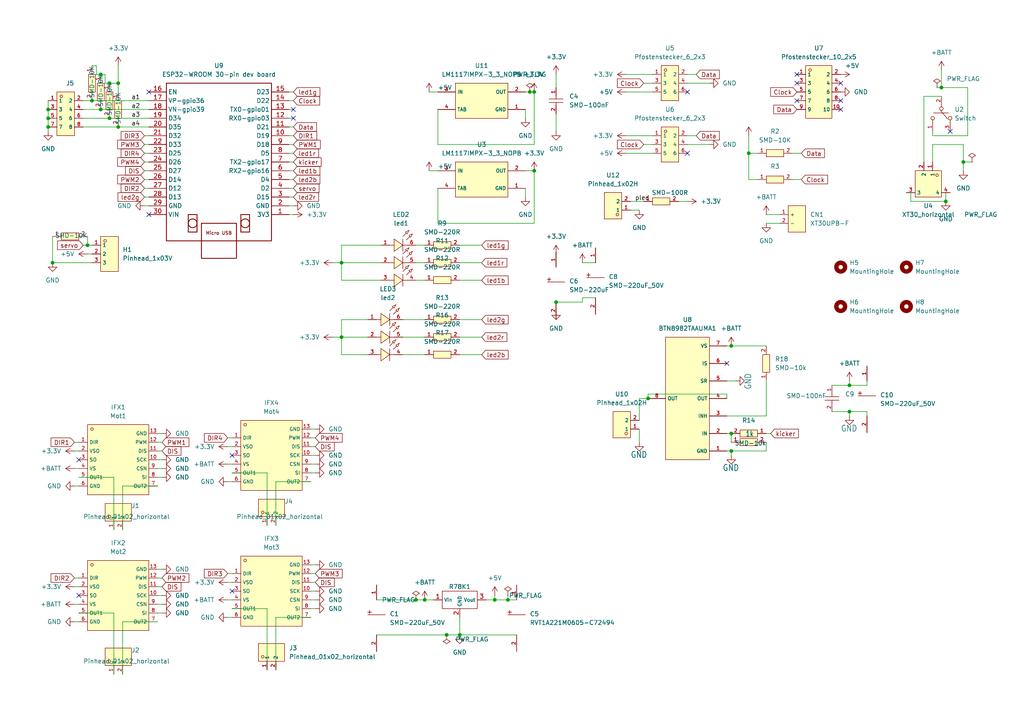
<source format=kicad_sch>
(kicad_sch (version 20231120) (generator "eeschema") (generator_version "8.0")
  (paper "A4")
  (title_block (title "Bohlebots Main") (date "2023-07-18") (comment 1 "Mainplatine") (comment 2 "Version 01"))
  (junction (at 274.32 58.42))
  (junction (at 143.51 173.99))
  (junction (at 15.24 76.2))
  (junction (at 246.38 119.38))
  (junction (at 31.75 34.29))
  (junction (at 129.54 184.15))
  (junction (at 212.09 130.81))
  (junction (at 31.75 24.13))
  (junction (at 29.21 31.75))
  (junction (at 34.29 36.83))
  (junction (at 25.4 71.12))
  (junction (at 26.67 29.21))
  (junction (at 120.65 173.99))
  (junction (at 34.29 24.13))
  (junction (at 154.94 49.53))
  (junction (at 153.67 26.67))
  (junction (at 13.97 36.83))
  (junction (at 154.94 26.67))
  (junction (at 187.96 115.57))
  (junction (at 13.97 31.75))
  (junction (at 279.4 46.99))
  (junction (at 133.35 184.15))
  (junction (at 273.05 25.4))
  (junction (at 123.19 173.99))
  (junction (at 246.38 111.76))
  (junction (at 212.09 125.73))
  (junction (at 217.17 44.45))
  (junction (at 212.09 100.33))
  (junction (at 99.06 76.2))
  (junction (at 161.29 87.63))
  (junction (at 13.97 34.29))
  (junction (at 99.06 97.79))
  (junction (at 147.32 173.99))
  (junction (at 29.21 21.59))
  (no_connect (at 231.14 24.13))
  (no_connect (at 275.59 38.1))
  (no_connect (at 22.86 172.72))
  (no_connect (at 43.18 26.67))
  (no_connect (at 210.82 105.41))
  (no_connect (at 231.14 21.59))
  (no_connect (at 243.84 29.21))
  (no_connect (at 85.09 31.75))
  (no_connect (at 199.39 44.45))
  (no_connect (at 85.09 34.29))
  (no_connect (at 67.31 132.08))
  (no_connect (at 199.39 26.67))
  (no_connect (at 22.86 133.35))
  (no_connect (at 243.84 24.13))
  (no_connect (at 67.31 171.45))
  (no_connect (at 43.18 62.23))
  (no_connect (at 243.84 31.75))
  (no_connect (at 231.14 29.21))
  (wire (pts (xy 24.13 36.83) (xy 34.29 36.83)))
  (wire (pts (xy 25.4 71.12) (xy 26.67 71.12)))
  (wire (pts (xy 99.06 97.79) (xy 106.68 97.79)))
  (wire (pts (xy 143.51 172.72) (xy 143.51 173.99)))
  (wire (pts (xy 80.01 179.07) (xy 80.01 194.31)))
  (wire (pts (xy 279.4 41.91) (xy 279.4 46.99)))
  (wire (pts (xy 90.17 137.16) (xy 91.44 137.16)))
  (wire (pts (xy 21.59 130.81) (xy 22.86 130.81)))
  (wire (pts (xy 127 54.61) (xy 127 64.77)))
  (wire (pts (xy 280.67 25.4) (xy 280.67 39.37)))
  (wire (pts (xy 210.82 115.57) (xy 210.82 114.3)))
  (wire (pts (xy 223.52 125.73) (xy 222.25 125.73)))
  (wire (pts (xy 85.09 49.53) (xy 83.82 49.53)))
  (wire (pts (xy 85.09 34.29) (xy 83.82 34.29)))
  (wire (pts (xy 222.25 130.81) (xy 212.09 130.81)))
  (wire (pts (xy 31.75 24.13) (xy 30.48 24.13)))
  (wire (pts (xy 99.06 102.87) (xy 106.68 102.87)))
  (wire (pts (xy 66.04 139.7) (xy 67.31 139.7)))
  (wire (pts (xy 212.09 132.08) (xy 212.09 130.81)))
  (wire (pts (xy 222.25 128.27) (xy 222.25 130.81)))
  (wire (pts (xy 210.82 114.3) (xy 187.96 114.3)))
  (wire (pts (xy 45.72 175.26) (xy 46.99 175.26)))
  (wire (pts (xy 83.82 62.23) (xy 85.09 62.23)))
  (wire (pts (xy 45.72 165.1) (xy 46.99 165.1)))
  (wire (pts (xy 181.61 26.67) (xy 189.23 26.67)))
  (wire (pts (xy 27.94 19.05) (xy 27.94 21.59)))
  (wire (pts (xy 199.39 21.59) (xy 201.93 21.59)))
  (wire (pts (xy 66.04 179.07) (xy 67.31 179.07)))
  (wire (pts (xy 45.72 130.81) (xy 46.99 130.81)))
  (wire (pts (xy 133.35 76.2) (xy 139.7 76.2)))
  (wire (pts (xy 241.3 111.76) (xy 246.38 111.76)))
  (wire (pts (xy 109.22 184.15) (xy 129.54 184.15)))
  (wire (pts (xy 29.21 21.59) (xy 30.48 21.59)))
  (wire (pts (xy 90.17 166.37) (xy 91.44 166.37)))
  (wire (pts (xy 41.91 41.91) (xy 43.18 41.91)))
  (wire (pts (xy 246.38 119.38) (xy 251.46 119.38)))
  (wire (pts (xy 217.17 52.07) (xy 217.17 44.45)))
  (wire (pts (xy 22.86 177.8) (xy 33.02 177.8)))
  (wire (pts (xy 80.01 139.7) (xy 80.01 152.4)))
  (wire (pts (xy 85.09 29.21) (xy 83.82 29.21)))
  (wire (pts (xy 90.17 168.91) (xy 91.44 168.91)))
  (wire (pts (xy 199.39 24.13) (xy 205.74 24.13)))
  (wire (pts (xy 181.61 39.37) (xy 189.23 39.37)))
  (wire (pts (xy 45.72 170.18) (xy 46.99 170.18)))
  (wire (pts (xy 45.72 140.97) (xy 35.56 140.97)))
  (wire (pts (xy 154.94 41.91) (xy 154.94 26.67)))
  (wire (pts (xy 182.88 60.96) (xy 185.42 60.96)))
  (wire (pts (xy 45.72 177.8) (xy 46.99 177.8)))
  (wire (pts (xy 116.84 92.71) (xy 123.19 92.71)))
  (wire (pts (xy 270.51 41.91) (xy 279.4 41.91)))
  (wire (pts (xy 99.06 76.2) (xy 110.49 76.2)))
  (wire (pts (xy 133.35 102.87) (xy 139.7 102.87)))
  (wire (pts (xy 217.17 44.45) (xy 217.17 39.37)))
  (wire (pts (xy 90.17 129.54) (xy 91.44 129.54)))
  (wire (pts (xy 13.97 36.83) (xy 13.97 38.1)))
  (wire (pts (xy 90.17 134.62) (xy 91.44 134.62)))
  (wire (pts (xy 168.91 86.36) (xy 168.91 87.63)))
  (wire (pts (xy 29.21 21.59) (xy 27.94 21.59)))
  (wire (pts (xy 213.36 110.49) (xy 210.82 110.49)))
  (wire (pts (xy 154.94 64.77) (xy 154.94 49.53)))
  (wire (pts (xy 35.56 140.97) (xy 35.56 153.67)))
  (wire (pts (xy 21.59 180.34) (xy 22.86 180.34)))
  (wire (pts (xy 21.59 140.97) (xy 22.86 140.97)))
  (wire (pts (xy 66.04 173.99) (xy 67.31 173.99)))
  (wire (pts (xy 99.06 81.28) (xy 110.49 81.28)))
  (wire (pts (xy 99.06 92.71) (xy 99.06 97.79)))
  (wire (pts (xy 90.17 173.99) (xy 91.44 173.99)))
  (wire (pts (xy 273.05 20.32) (xy 273.05 25.4)))
  (wire (pts (xy 109.22 173.99) (xy 120.65 173.99)))
  (wire (pts (xy 66.04 129.54) (xy 67.31 129.54)))
  (wire (pts (xy 34.29 26.67) (xy 34.29 24.13)))
  (wire (pts (xy 124.46 26.67) (xy 127 26.67)))
  (wire (pts (xy 99.06 76.2) (xy 99.06 81.28)))
  (wire (pts (xy 127 64.77) (xy 154.94 64.77)))
  (wire (pts (xy 210.82 130.81) (xy 212.09 130.81)))
  (wire (pts (xy 274.32 55.88) (xy 275.59 55.88)))
  (wire (pts (xy 140.97 173.99) (xy 143.51 173.99)))
  (wire (pts (xy 90.17 124.46) (xy 91.44 124.46)))
  (wire (pts (xy 133.35 81.28) (xy 139.7 81.28)))
  (wire (pts (xy 21.59 175.26) (xy 22.86 175.26)))
  (wire (pts (xy 13.97 29.21) (xy 13.97 31.75)))
  (wire (pts (xy 264.16 55.88) (xy 264.16 58.42)))
  (wire (pts (xy 45.72 167.64) (xy 46.99 167.64)))
  (wire (pts (xy 99.06 97.79) (xy 99.06 102.87)))
  (wire (pts (xy 280.67 39.37) (xy 270.51 39.37)))
  (wire (pts (xy 85.09 26.67) (xy 83.82 26.67)))
  (wire (pts (xy 212.09 100.33) (xy 222.25 100.33)))
  (wire (pts (xy 41.91 57.15) (xy 43.18 57.15)))
  (wire (pts (xy 133.35 179.07) (xy 133.35 184.15)))
  (wire (pts (xy 199.39 39.37) (xy 201.93 39.37)))
  (wire (pts (xy 85.09 54.61) (xy 83.82 54.61)))
  (wire (pts (xy 241.3 119.38) (xy 246.38 119.38)))
  (wire (pts (xy 45.72 135.89) (xy 46.99 135.89)))
  (wire (pts (xy 45.72 125.73) (xy 46.99 125.73)))
  (wire (pts (xy 85.09 57.15) (xy 83.82 57.15)))
  (wire (pts (xy 217.17 44.45) (xy 219.71 44.45)))
  (wire (pts (xy 133.35 97.79) (xy 139.7 97.79)))
  (wire (pts (xy 25.4 73.66) (xy 26.67 73.66)))
  (wire (pts (xy 45.72 133.35) (xy 46.99 133.35)))
  (wire (pts (xy 85.09 44.45) (xy 83.82 44.45)))
  (wire (pts (xy 67.31 137.16) (xy 77.47 137.16)))
  (wire (pts (xy 99.06 71.12) (xy 110.49 71.12)))
  (wire (pts (xy 123.19 173.99) (xy 125.73 173.99)))
  (wire (pts (xy 124.46 49.53) (xy 127 49.53)))
  (wire (pts (xy 29.21 31.75) (xy 43.18 31.75)))
  (wire (pts (xy 90.17 132.08) (xy 91.44 132.08)))
  (wire (pts (xy 246.38 111.76) (xy 251.46 111.76)))
  (wire (pts (xy 22.86 138.43) (xy 33.02 138.43)))
  (wire (pts (xy 273.05 25.4) (xy 271.78 25.4)))
  (wire (pts (xy 267.97 27.94) (xy 267.97 46.99)))
  (wire (pts (xy 99.06 92.71) (xy 106.68 92.71)))
  (wire (pts (xy 189.23 41.91) (xy 186.69 41.91)))
  (wire (pts (xy 120.65 81.28) (xy 123.19 81.28)))
  (wire (pts (xy 181.61 21.59) (xy 189.23 21.59)))
  (wire (pts (xy 31.75 34.29) (xy 43.18 34.29)))
  (wire (pts (xy 212.09 128.27) (xy 212.09 125.73)))
  (wire (pts (xy 77.47 176.53) (xy 77.47 194.31)))
  (wire (pts (xy 210.82 120.65) (xy 222.25 120.65)))
  (wire (pts (xy 41.91 46.99) (xy 43.18 46.99)))
  (wire (pts (xy 15.24 76.2) (xy 26.67 76.2)))
  (wire (pts (xy 116.84 102.87) (xy 123.19 102.87)))
  (wire (pts (xy 66.04 168.91) (xy 67.31 168.91)))
  (wire (pts (xy 33.02 138.43) (xy 33.02 153.67)))
  (wire (pts (xy 127 31.75) (xy 127 41.91)))
  (wire (pts (xy 26.67 19.05) (xy 27.94 19.05)))
  (wire (pts (xy 182.88 58.42) (xy 186.69 58.42)))
  (wire (pts (xy 34.29 36.83) (xy 43.18 36.83)))
  (wire (pts (xy 41.91 52.07) (xy 43.18 52.07)))
  (wire (pts (xy 85.09 41.91) (xy 83.82 41.91)))
  (wire (pts (xy 264.16 55.88) (xy 262.89 55.88)))
  (wire (pts (xy 152.4 26.67) (xy 153.67 26.67)))
  (wire (pts (xy 96.52 76.2) (xy 99.06 76.2)))
  (wire (pts (xy 232.41 52.07) (xy 229.87 52.07)))
  (wire (pts (xy 279.4 46.99) (xy 281.94 46.99)))
  (wire (pts (xy 30.48 21.59) (xy 30.48 24.13)))
  (wire (pts (xy 196.85 58.42) (xy 199.39 58.42)))
  (wire (pts (xy 264.16 58.42) (xy 274.32 58.42)))
  (wire (pts (xy 24.13 34.29) (xy 31.75 34.29)))
  (wire (pts (xy 133.35 71.12) (xy 139.7 71.12)))
  (wire (pts (xy 34.29 19.05) (xy 34.29 24.13)))
  (wire (pts (xy 222.25 64.77) (xy 226.06 64.77)))
  (wire (pts (xy 77.47 137.16) (xy 77.47 152.4)))
  (wire (pts (xy 85.09 31.75) (xy 83.82 31.75)))
  (wire (pts (xy 41.91 49.53) (xy 43.18 49.53)))
  (wire (pts (xy 21.59 128.27) (xy 22.86 128.27)))
  (wire (pts (xy 26.67 29.21) (xy 43.18 29.21)))
  (wire (pts (xy 161.29 21.59) (xy 161.29 25.4)))
  (wire (pts (xy 85.09 46.99) (xy 83.82 46.99)))
  (wire (pts (xy 219.71 52.07) (xy 217.17 52.07)))
  (wire (pts (xy 43.18 59.69) (xy 41.91 59.69)))
  (wire (pts (xy 189.23 24.13) (xy 186.69 24.13)))
  (wire (pts (xy 41.91 54.61) (xy 43.18 54.61)))
  (wire (pts (xy 133.35 184.15) (xy 149.86 184.15)))
  (wire (pts (xy 161.29 73.66) (xy 161.29 77.47)))
  (wire (pts (xy 66.04 134.62) (xy 67.31 134.62)))
  (wire (pts (xy 35.56 180.34) (xy 35.56 195.58)))
  (wire (pts (xy 251.46 110.49) (xy 251.46 111.76)))
  (wire (pts (xy 45.72 138.43) (xy 46.99 138.43)))
  (wire (pts (xy 45.72 172.72) (xy 46.99 172.72)))
  (wire (pts (xy 147.32 173.99) (xy 143.51 173.99)))
  (wire (pts (xy 120.65 76.2) (xy 123.19 76.2)))
  (wire (pts (xy 90.17 179.07) (xy 80.01 179.07)))
  (wire (pts (xy 83.82 59.69) (xy 85.09 59.69)))
  (wire (pts (xy 67.31 176.53) (xy 77.47 176.53)))
  (wire (pts (xy 24.13 31.75) (xy 29.21 31.75)))
  (wire (pts (xy 127 41.91) (xy 154.94 41.91)))
  (wire (pts (xy 31.75 24.13) (xy 34.29 24.13)))
  (wire (pts (xy 267.97 27.94) (xy 273.05 27.94)))
  (wire (pts (xy 147.32 172.72) (xy 147.32 173.99)))
  (wire (pts (xy 13.97 31.75) (xy 13.97 34.29)))
  (wire (pts (xy 13.97 34.29) (xy 13.97 36.83)))
  (wire (pts (xy 152.4 31.75) (xy 152.4 34.29)))
  (wire (pts (xy 85.09 39.37) (xy 83.82 39.37)))
  (wire (pts (xy 24.13 71.12) (xy 25.4 71.12)))
  (wire (pts (xy 33.02 177.8) (xy 33.02 195.58)))
  (wire (pts (xy 212.09 125.73) (xy 210.82 125.73)))
  (wire (pts (xy 273.05 25.4) (xy 280.67 25.4)))
  (wire (pts (xy 152.4 54.61) (xy 152.4 57.15)))
  (wire (pts (xy 21.59 135.89) (xy 22.86 135.89)))
  (wire (pts (xy 120.65 173.99) (xy 123.19 173.99)))
  (wire (pts (xy 187.96 114.3) (xy 187.96 115.57)))
  (wire (pts (xy 152.4 49.53) (xy 154.94 49.53)))
  (wire (pts (xy 185.42 115.57) (xy 187.96 115.57)))
  (wire (pts (xy 41.91 44.45) (xy 43.18 44.45)))
  (wire (pts (xy 85.09 52.07) (xy 83.82 52.07)))
  (wire (pts (xy 129.54 184.15) (xy 133.35 184.15)))
  (wire (pts (xy 90.17 139.7) (xy 80.01 139.7)))
  (wire (pts (xy 45.72 128.27) (xy 46.99 128.27)))
  (wire (pts (xy 270.51 41.91) (xy 270.51 46.99)))
  (wire (pts (xy 85.09 36.83) (xy 83.82 36.83)))
  (wire (pts (xy 147.32 173.99) (xy 149.86 173.99)))
  (wire (pts (xy 90.17 171.45) (xy 91.44 171.45)))
  (wire (pts (xy 274.32 58.42) (xy 274.32 55.88)))
  (wire (pts (xy 24.13 29.21) (xy 26.67 29.21)))
  (wire (pts (xy 246.38 119.38) (xy 246.38 120.65)))
  (wire (pts (xy 161.29 87.63) (xy 168.91 87.63)))
  (wire (pts (xy 279.4 46.99) (xy 279.4 49.53)))
  (wire (pts (xy 246.38 110.49) (xy 246.38 111.76)))
  (wire (pts (xy 251.46 120.65) (xy 251.46 119.38)))
  (wire (pts (xy 133.35 92.71) (xy 139.7 92.71)))
  (wire (pts (xy 66.04 166.37) (xy 67.31 166.37)))
  (wire (pts (xy 116.84 97.79) (xy 123.19 97.79)))
  (wire (pts (xy 90.17 127) (xy 91.44 127)))
  (wire (pts (xy 199.39 41.91) (xy 205.74 41.91)))
  (wire (pts (xy 41.91 39.37) (xy 43.18 39.37)))
  (wire (pts (xy 185.42 124.46) (xy 185.42 128.27)))
  (wire (pts (xy 99.06 71.12) (xy 99.06 76.2)))
  (wire (pts (xy 96.52 97.79) (xy 99.06 97.79)))
  (wire (pts (xy 222.25 62.23) (xy 226.06 62.23)))
  (wire (pts (xy 161.29 33.02) (xy 161.29 38.1)))
  (wire (pts (xy 90.17 163.83) (xy 91.44 163.83)))
  (wire (pts (xy 15.24 68.58) (xy 15.24 76.2)))
  (wire (pts (xy 45.72 180.34) (xy 35.56 180.34)))
  (wire (pts (xy 232.41 44.45) (xy 229.87 44.45)))
  (wire (pts (xy 168.91 76.2) (xy 172.72 76.2)))
  (wire (pts (xy 90.17 176.53) (xy 91.44 176.53)))
  (wire (pts (xy 120.65 71.12) (xy 123.19 71.12)))
  (wire (pts (xy 210.82 100.33) (xy 212.09 100.33)))
  (wire (pts (xy 172.72 86.36) (xy 168.91 86.36)))
  (wire (pts (xy 21.59 167.64) (xy 22.86 167.64)))
  (wire (pts (xy 270.51 39.37) (xy 270.51 38.1)))
  (wire (pts (xy 21.59 170.18) (xy 22.86 170.18)))
  (wire (pts (xy 153.67 26.67) (xy 154.94 26.67)))
  (wire (pts (xy 66.04 127) (xy 67.31 127)))
  (wire (pts (xy 181.61 44.45) (xy 189.23 44.45)))
  (wire (pts (xy 185.42 121.92) (xy 185.42 115.57)))
  (wire (pts (xy 161.29 87.63) (xy 161.29 90.17)))
  (wire (pts (xy 222.25 120.65) (xy 222.25 110.49)))
  (wire (pts (xy 25.4 68.58) (xy 25.4 71.12)))
  (label "a4" (at 38.1 36.83 0))
  (label "a2" (at 38.1 31.75 0))
  (label "a1" (at 38.1 29.21 0))
  (label "pled" (at 184.15 58.42 0))
  (label "a3" (at 38.1 34.29 0))
  (global_label "DIR4" (shape input) (at 41.91 44.45 180) (property "Intersheetrefs" "${INTERSHEET_REFS}" (effects (hide yes))))
  (global_label "led1r" (shape input) (at 139.7 76.2 0) (property "Intersheetrefs" "${INTERSHEET_REFS}" (effects (hide yes))))
  (global_label "DIR2" (shape input) (at 41.91 54.61 180) (property "Intersheetrefs" "${INTERSHEET_REFS}" (effects (hide yes))))
  (global_label "DIR2" (shape input) (at 21.59 167.64 180) (property "Intersheetrefs" "${INTERSHEET_REFS}" (effects (hide yes))))
  (global_label "PWM4" (shape input) (at 41.91 46.99 180) (property "Intersheetrefs" "${INTERSHEET_REFS}" (effects (hide yes))))
  (global_label "DIS" (shape input) (at 46.99 170.18 0) (property "Intersheetrefs" "${INTERSHEET_REFS}" (effects (hide yes))))
  (global_label "Data" (shape input) (at 85.09 36.83 0) (property "Intersheetrefs" "${INTERSHEET_REFS}" (effects (hide yes))))
  (global_label "Clock" (shape input) (at 231.14 26.67 180) (property "Intersheetrefs" "${INTERSHEET_REFS}" (effects (hide yes))))
  (global_label "kicker" (shape input) (at 85.09 46.99 0) (property "Intersheetrefs" "${INTERSHEET_REFS}" (effects (hide yes))))
  (global_label "led2b" (shape input) (at 139.7 102.87 0) (property "Intersheetrefs" "${INTERSHEET_REFS}" (effects (hide yes))))
  (global_label "Clock" (shape input) (at 232.41 52.07 0) (property "Intersheetrefs" "${INTERSHEET_REFS}" (effects (hide yes))))
  (global_label "Data" (shape input) (at 201.93 39.37 0) (property "Intersheetrefs" "${INTERSHEET_REFS}" (effects (hide yes))))
  (global_label "led2r" (shape input) (at 139.7 97.79 0) (property "Intersheetrefs" "${INTERSHEET_REFS}" (effects (hide yes))))
  (global_label "PWM1" (shape input) (at 85.09 41.91 0) (property "Intersheetrefs" "${INTERSHEET_REFS}" (effects (hide yes))))
  (global_label "Clock" (shape input) (at 85.09 29.21 0) (property "Intersheetrefs" "${INTERSHEET_REFS}" (effects (hide yes))))
  (global_label "led2g" (shape input) (at 41.91 57.15 180) (property "Intersheetrefs" "${INTERSHEET_REFS}" (effects (hide yes))))
  (global_label "led2b" (shape input) (at 85.09 52.07 0) (property "Intersheetrefs" "${INTERSHEET_REFS}" (effects (hide yes))))
  (global_label "DIS" (shape input) (at 46.99 130.81 0) (property "Intersheetrefs" "${INTERSHEET_REFS}" (effects (hide yes))))
  (global_label "led2g" (shape input) (at 139.7 92.71 0) (property "Intersheetrefs" "${INTERSHEET_REFS}" (effects (hide yes))))
  (global_label "led1r" (shape input) (at 85.09 44.45 0) (property "Intersheetrefs" "${INTERSHEET_REFS}" (effects (hide yes))))
  (global_label "servo" (shape input) (at 85.09 54.61 0) (property "Intersheetrefs" "${INTERSHEET_REFS}" (effects (hide yes))))
  (global_label "led1g" (shape input) (at 85.09 26.67 0) (property "Intersheetrefs" "${INTERSHEET_REFS}" (effects (hide yes))))
  (global_label "DIR1" (shape input) (at 21.59 128.27 180) (property "Intersheetrefs" "${INTERSHEET_REFS}" (effects (hide yes))))
  (global_label "led1b" (shape input) (at 85.09 49.53 0) (property "Intersheetrefs" "${INTERSHEET_REFS}" (effects (hide yes))))
  (global_label "DIR3" (shape input) (at 66.04 166.37 180) (property "Intersheetrefs" "${INTERSHEET_REFS}" (effects (hide yes))))
  (global_label "PWM2" (shape input) (at 41.91 52.07 180) (property "Intersheetrefs" "${INTERSHEET_REFS}" (effects (hide yes))))
  (global_label "led1g" (shape input) (at 139.7 71.12 0) (property "Intersheetrefs" "${INTERSHEET_REFS}" (effects (hide yes))))
  (global_label "DIS" (shape input) (at 91.44 168.91 0) (property "Intersheetrefs" "${INTERSHEET_REFS}" (effects (hide yes))))
  (global_label "Data" (shape input) (at 231.14 31.75 180) (property "Intersheetrefs" "${INTERSHEET_REFS}" (effects (hide yes))))
  (global_label "PWM4" (shape input) (at 91.44 127 0) (property "Intersheetrefs" "${INTERSHEET_REFS}" (effects (hide yes))))
  (global_label "PWM3" (shape input) (at 41.91 41.91 180) (property "Intersheetrefs" "${INTERSHEET_REFS}" (effects (hide yes))))
  (global_label "kicker" (shape input) (at 223.52 125.73 0) (property "Intersheetrefs" "${INTERSHEET_REFS}" (effects (hide yes))))
  (global_label "Clock" (shape input) (at 186.69 24.13 180) (property "Intersheetrefs" "${INTERSHEET_REFS}" (effects (hide yes))))
  (global_label "DIS" (shape input) (at 41.91 49.53 180) (property "Intersheetrefs" "${INTERSHEET_REFS}" (effects (hide yes))))
  (global_label "Data" (shape input) (at 232.41 44.45 0) (property "Intersheetrefs" "${INTERSHEET_REFS}" (effects (hide yes))))
  (global_label "PWM2" (shape input) (at 46.99 167.64 0) (property "Intersheetrefs" "${INTERSHEET_REFS}" (effects (hide yes))))
  (global_label "PWM1" (shape input) (at 46.99 128.27 0) (property "Intersheetrefs" "${INTERSHEET_REFS}" (effects (hide yes))))
  (global_label "PWM3" (shape input) (at 91.44 166.37 0) (property "Intersheetrefs" "${INTERSHEET_REFS}" (effects (hide yes))))
  (global_label "DIR4" (shape input) (at 66.04 127 180) (property "Intersheetrefs" "${INTERSHEET_REFS}" (effects (hide yes))))
  (global_label "led1b" (shape input) (at 139.7 81.28 0) (property "Intersheetrefs" "${INTERSHEET_REFS}" (effects (hide yes))))
  (global_label "DIR1" (shape input) (at 85.09 39.37 0) (property "Intersheetrefs" "${INTERSHEET_REFS}" (effects (hide yes))))
  (global_label "Data" (shape input) (at 201.93 21.59 0) (property "Intersheetrefs" "${INTERSHEET_REFS}" (effects (hide yes))))
  (global_label "led2r" (shape input) (at 85.09 57.15 0) (property "Intersheetrefs" "${INTERSHEET_REFS}" (effects (hide yes))))
  (global_label "DIR3" (shape input) (at 41.91 39.37 180) (property "Intersheetrefs" "${INTERSHEET_REFS}" (effects (hide yes))))
  (global_label "Clock" (shape input) (at 186.69 41.91 180) (property "Intersheetrefs" "${INTERSHEET_REFS}" (effects (hide yes))))
  (global_label "DIS" (shape input) (at 91.44 129.54 0) (property "Intersheetrefs" "${INTERSHEET_REFS}" (effects (hide yes))))
  (global_label "servo" (shape input) (at 24.13 71.12 180) (property "Intersheetrefs" "${INTERSHEET_REFS}" (effects (hide yes))))
  (symbol (lib_id "Bohlebots:GND") (at 222.25 64.77 0) (unit 1)
    (property "Reference" "#PWR088" (effects (hide yes)))
    (property "Value" "GND" (at 222.25 69.85 0))
    (property "Description" "Power symbol creates a global label with name \"GND\" , ground" (effects (hide yes)))
  )
  (symbol (lib_id "Bohlebots:Pinhead_1x02H") (at 34.29 190.5 90) (unit 1)
    (property "Reference" "J2" (at 38.1 188.595 90) (effects (justify right)))
    (property "Value" "Pinhead_01x02_horizontal" (at 24.13 191.77 90) (effects (justify right)))
    (property "Footprint" "BohleBots:HDR-TH_2P-P2.54-H-M-W10.4" (effects (hide yes)))
    (property "Datasheet" "https://item.szlcsc.com/502966.html" (effects (hide yes)))
    (property "LCSC" "C492410" (effects (hide yes)))
  )
  (symbol (lib_id "Bohlebots:IFX9201SGAUMA1") (at 34.29 172.72 0) (unit 1)
    (property "Reference" "IFX2" (at 34.29 157.48 0))
    (property "Value" "Mot2" (at 34.29 160.02 0))
    (property "Footprint" "BohleBots:SO-12_L6.4-W7.5-P1.00-LS10.3-BL-EP" (effects (hide yes)))
    (property "Datasheet" "https://item.szlcsc.com/113866.html" (effects (hide yes)))
    (property "LCSC" "C112633" (effects (hide yes)))
  )
  (symbol (lib_id "Bohlebots:+5V") (at 124.46 49.53 0) (unit 1)
    (property "Reference" "#PWR01" (effects (hide yes)))
    (property "Value" "+5V" (at 127 48.26 0) (effects (justify left)))
    (property "Description" "Power symbol creates a global label with name \"+5V\"" (effects (hide yes)))
  )
  (symbol (lib_id "Bohlebots:IFX9201SGAUMA1") (at 78.74 132.08 0) (unit 1)
    (property "Reference" "IFX4" (at 78.74 116.84 0))
    (property "Value" "Mot4" (at 78.74 119.38 0))
    (property "Footprint" "BohleBots:SO-12_L6.4-W7.5-P1.00-LS10.3-BL-EP" (effects (hide yes)))
    (property "Datasheet" "https://item.szlcsc.com/113866.html" (effects (hide yes)))
    (property "LCSC" "C112633" (effects (hide yes)))
  )
  (symbol (lib_id "Bohlebots:GND") (at 21.59 140.97 270) (unit 1)
    (property "Reference" "#PWR037" (effects (hide yes)))
    (property "Value" "GND" (at 17.78 140.97 90) (effects (justify right)))
    (property "Description" "Power symbol creates a global label with name \"GND\" , ground" (effects (hide yes)))
  )
  (symbol (lib_id "Bohlebots:GND") (at 205.74 41.91 90) (unit 1)
    (property "Reference" "#PWR019" (effects (hide yes)))
    (property "Value" "GND" (at 209.55 41.9099 90) (effects (justify right)))
    (property "Description" "Power symbol creates a global label with name \"GND\" , ground" (effects (hide yes)))
  )
  (symbol (lib_id "Bohlebots:GND") (at 46.99 165.1 90) (unit 1)
    (property "Reference" "#PWR056" (effects (hide yes)))
    (property "Value" "GND" (at 50.8 165.1 90) (effects (justify right)))
    (property "Description" "Power symbol creates a global label with name \"GND\" , ground" (effects (hide yes)))
  )
  (symbol (lib_id "Bohlebots:GND") (at 46.99 172.72 90) (unit 1)
    (property "Reference" "#PWR057" (effects (hide yes)))
    (property "Value" "GND" (at 50.8 172.72 90) (effects (justify right)))
    (property "Description" "Power symbol creates a global label with name \"GND\" , ground" (effects (hide yes)))
  )
  (symbol (lib_id "Bohlebots:+BATT") (at 21.59 135.89 90) (unit 1)
    (property "Reference" "#PWR048" (effects (hide yes)))
    (property "Value" "+BATT" (at 17.78 135.89 90) (effects (justify left)))
    (property "Description" "Power symbol creates a global label with name \"+BATT\"" (effects (hide yes)))
  )
  (symbol (lib_id "Bohlebots:BTN8982TAAUMA1") (at 199.39 115.57 180) (unit 1)
    (property "Reference" "U8" (at 199.39 92.71 0))
    (property "Value" "BTN8982TAAUMA1" (at 199.39 95.25 0))
    (property "Footprint" "BohleBots:TO-263-7_L10.2-W10.4-P1.27-LS14.4-TL" (effects (hide yes)))
    (property "Datasheet" "https://item.szlcsc.com/546062.html" (effects (hide yes)))
    (property "LCSC" "C74175" (effects (hide yes)))
  )
  (symbol (lib_id "Bohlebots:+BATT") (at 66.04 134.62 90) (unit 1)
    (property "Reference" "#PWR068" (effects (hide yes)))
    (property "Value" "+BATT" (at 62.23 134.62 90) (effects (justify left)))
    (property "Description" "Power symbol creates a global label with name \"+BATT\"" (effects (hide yes)))
  )
  (symbol (lib_id "Bohlebots:R78K5") (at 133.35 177.8 0) (unit 1)
    (property "Reference" "R78K1" (at 133.35 170.18 0))
    (property "Footprint" "BohleBots:R785K" (effects (hide yes)))
  )
  (symbol (lib_id "Bohlebots:SMD-RGB-LED") (at 115.57 76.2 0) (unit 1)
    (property "Reference" "LED2" (at 116.332 62.23 0))
    (property "Value" "led1" (at 116.332 64.77 0))
    (property "Footprint" "BohleBots:LED-SMD_6P-L5.0-W5.0-TL_TC5050RGBF08" (effects (hide yes)))
    (property "Datasheet" "https://item.szlcsc.com/839886.html" (effects (hide yes)))
    (property "LCSC" "C784540" (effects (hide yes)))
  )
  (symbol (lib_id "Bohlebots:SMD-220R") (at 128.27 102.87 0) (unit 1)
    (property "Reference" "R17" (at 128.27 96.52 0))
    (property "Value" "SMD-220R" (at 128.27 99.06 0))
    (property "Footprint" "BohleBots:R0603" (effects (hide yes)))
    (property "Datasheet" "https://www.mouser.in/datasheet/2/447/PYu_RT_1_to_0_01_RoHS_L_11-1669912.pdf" (effects (hide yes)))
    (property "LCSC" "C217883" (effects (hide yes)))
  )
  (symbol (lib_id "Bohlebots:+3.3V") (at 96.52 97.79 90) (unit 1)
    (property "Reference" "#PWR09" (effects (hide yes)))
    (property "Value" "+3.3V" (at 92.71 97.79 90) (effects (justify left)))
    (property "Description" "Power symbol creates a global label with name \"+3.3V\"" (effects (hide yes)))
  )
  (symbol (lib_id "Bohlebots:GND") (at 205.74 24.13 90) (unit 1)
    (property "Reference" "#PWR035" (effects (hide yes)))
    (property "Value" "GND" (at 209.55 24.1299 90) (effects (justify right)))
    (property "Description" "Power symbol creates a global label with name \"GND\" , ground" (effects (hide yes)))
  )
  (symbol (lib_id "Bohlebots:IFX9201SGAUMA1") (at 34.29 133.35 0) (unit 1)
    (property "Reference" "IFX1" (at 34.29 118.11 0))
    (property "Value" "Mot1" (at 34.29 120.65 0))
    (property "Footprint" "BohleBots:SO-12_L6.4-W7.5-P1.00-LS10.3-BL-EP" (effects (hide yes)))
    (property "Datasheet" "https://item.szlcsc.com/113866.html" (effects (hide yes)))
    (property "LCSC" "C112633" (effects (hide yes)))
  )
  (symbol (lib_id "Bohlebots:SMD-220R") (at 128.27 92.71 0) (unit 1)
    (property "Reference" "R13" (at 128.27 86.36 0))
    (property "Value" "SMD-220R" (at 128.27 88.9 0))
    (property "Footprint" "BohleBots:R0603" (effects (hide yes)))
    (property "Datasheet" "https://www.mouser.in/datasheet/2/447/PYu_RT_1_to_0_01_RoHS_L_11-1669912.pdf" (effects (hide yes)))
    (property "LCSC" "C217883" (effects (hide yes)))
  )
  (symbol (lib_id "Bohlebots:GND") (at 15.24 76.2 0) (unit 1)
    (property "Reference" "#PWR079" (effects (hide yes)))
    (property "Value" "GND" (at 15.24 81.28 0))
    (property "Description" "Power symbol creates a global label with name \"GND\" , ground" (effects (hide yes)))
  )
  (symbol (lib_id "Bohlebots:GND") (at 46.99 133.35 90) (unit 1)
    (property "Reference" "#PWR042" (effects (hide yes)))
    (property "Value" "GND" (at 50.8 133.35 90) (effects (justify right)))
    (property "Description" "Power symbol creates a global label with name \"GND\" , ground" (effects (hide yes)))
  )
  (symbol (lib_id "Bohlebots:Pinhead_1x02H") (at 78.74 147.32 90) (unit 1)
    (property "Reference" "J4" (at 82.55 145.415 90) (effects (justify right)))
    (property "Value" "Pinhead_01x02_horizontal" (at 68.58 149.86 90) (effects (justify right)))
    (property "Footprint" "BohleBots:HDR-TH_2P-P2.54-H-M-W10.4" (effects (hide yes)))
    (property "Datasheet" "https://item.szlcsc.com/502966.html" (effects (hide yes)))
    (property "LCSC" "C492410" (effects (hide yes)))
  )
  (symbol (lib_id "Bohlebots:PWR_FLAG") (at 120.65 173.99 0) (unit 1)
    (property "Reference" "#FLG05" (effects (hide yes)))
    (property "Value" "PWR_FLAG" (at 115.57 173.99 0))
    (property "Description" "Special symbol for telling ERC where power comes from" (effects (hide yes)))
  )
  (symbol (lib_id "Bohlebots:GND") (at 152.4 57.15 0) (unit 1)
    (property "Reference" "#PWR02" (effects (hide yes)))
    (property "Value" "GND" (at 152.4 62.23 0))
    (property "Description" "Power symbol creates a global label with name \"GND\" , ground" (effects (hide yes)))
  )
  (symbol (lib_id "Bohlebots:SMD-100nF") (at 161.29 29.21 270) (unit 1)
    (property "Reference" "C4" (at 165.1 27.94 90) (effects (justify left)))
    (property "Value" "SMD-100nF" (at 165.1 30.48 90) (effects (justify left)))
    (property "Footprint" "BohleBots:C0603" (effects (hide yes)))
    (property "Datasheet" "https://item.szlcsc.com/362304.html" (effects (hide yes)))
    (property "LCSC" "C30926" (effects (hide yes)))
  )
  (symbol (lib_id "Bohlebots:GND") (at 46.99 125.73 90) (unit 1)
    (property "Reference" "#PWR031" (effects (hide yes)))
    (property "Value" "GND" (at 50.8 125.73 90) (effects (justify right)))
    (property "Description" "Power symbol creates a global label with name \"GND\" , ground" (effects (hide yes)))
  )
  (symbol (lib_id "Bohlebots:SMD-10k") (at 20.32 68.58 0) (unit 1)
    (property "Reference" "R15" (effects (hide yes)))
    (property "Value" "SMD-10K" (at 16.002 68.326 0) (effects (justify left)))
    (property "Footprint" "BohleBots:R0603" (effects (hide yes)))
    (property "Datasheet" "https://www.mouser.in/datasheet/2/447/PYu_RT_1_to_0_01_RoHS_L_11-1669912.pdf" (effects (hide yes)))
    (property "LCSC" "C25804" (effects (hide yes)))
  )
  (symbol (lib_id "Bohlebots:SMD-10k") (at 29.21 26.67 270) (unit 1)
    (property "Reference" "R6" (effects (hide yes)))
    (property "Value" "SMD-10K" (at 29.21 21.59 0) (effects (justify left)))
    (property "Footprint" "BohleBots:R0603" (effects (hide yes)))
    (property "Datasheet" "https://www.mouser.in/datasheet/2/447/PYu_RT_1_to_0_01_RoHS_L_11-1669912.pdf" (effects (hide yes)))
    (property "LCSC" "C25804" (effects (hide yes)))
  )
  (symbol (lib_id "Bohlebots:XT30_horizontal") (at 269.24 52.07 270) (unit 1)
    (property "Reference" "U4" (at 269.24 59.69 90))
    (property "Value" "XT30_horizontal" (at 269.24 62.23 90))
    (property "Footprint" "BohleBots:CONN-TH_XT30PW-M" (effects (hide yes)))
    (property "Datasheet" "https://cn.bing.com/search?q=datasheet: XT30PW-M" (effects (hide yes)))
    (property "LCSC" "C431092" (effects (hide yes)))
  )
  (symbol (lib_id "Bohlebots:GND") (at 41.91 59.69 270) (unit 1)
    (property "Reference" "#PWR018" (effects (hide yes)))
    (property "Value" "GND" (at 38.1 59.6899 90) (effects (justify right)))
    (property "Description" "Power symbol creates a global label with name \"GND\" , ground" (effects (hide yes)))
  )
  (symbol (lib_id "Bohlebots:SMD-10k") (at 222.25 105.41 90) (unit 1)
    (property "Reference" "R18" (at 224.79 104.1399 90) (effects (justify right)))
    (property "Value" "SMD-10k" (at 224.79 106.6799 90) (effects (justify right)))
    (property "Footprint" "BohleBots:R0603" (effects (hide yes)))
    (property "Datasheet" "https://www.mouser.in/datasheet/2/447/PYu_RT_1_to_0_01_RoHS_L_11-1669912.pdf" (effects (hide yes)))
    (property "LCSC" "C25804" (effects (hide yes)))
  )
  (symbol (lib_id "Bohlebots:+BATT") (at 66.04 173.99 90) (unit 1)
    (property "Reference" "#PWR061" (effects (hide yes)))
    (property "Value" "+BATT" (at 62.23 173.99 90) (effects (justify left)))
    (property "Description" "Power symbol creates a global label with name \"+BATT\"" (effects (hide yes)))
  )
  (symbol (lib_id "Bohlebots:GND") (at 91.44 137.16 90) (unit 1)
    (property "Reference" "#PWR073" (effects (hide yes)))
    (property "Value" "GND" (at 95.25 137.16 90) (effects (justify right)))
    (property "Description" "Power symbol creates a global label with name \"GND\" , ground" (effects (hide yes)))
  )
  (symbol (lib_id "Bohlebots:+BATT") (at 273.05 20.32 0) (unit 1)
    (property "Reference" "#PWR052" (effects (hide yes)))
    (property "Value" "+BATT" (at 273.05 15.24 0))
    (property "Description" "Power symbol creates a global label with name \"+BATT\"" (effects (hide yes)))
  )
  (symbol (lib_id "Bohlebots:XT30UPB-F") (at 228.6 64.77 0) (unit 1)
    (property "Reference" "CN1" (at 234.95 62.23 0) (effects (justify left)))
    (property "Value" "XT30UPB-F" (at 234.95 64.77 0) (effects (justify left)))
    (property "Footprint" "BohleBots:CONN-TH_XT30UPB-F" (effects (hide yes)))
    (property "Datasheet" "https://item.szlcsc.com/109989.html" (effects (hide yes)))
    (property "LCSC" "C108769" (effects (hide yes)))
  )
  (symbol (lib_id "Bohlebots:SMD-100nF") (at 241.3 115.57 270) (unit 1)
    (property "Reference" "C9" (at 245.11 114.2999 90) (effects (justify left)))
    (property "Value" "SMD-100nF" (at 228.092 114.808 90) (effects (justify left)))
    (property "Footprint" "BohleBots:C0603" (effects (hide yes)))
    (property "Datasheet" "https://item.szlcsc.com/362304.html" (effects (hide yes)))
    (property "LCSC" "C30926" (effects (hide yes)))
  )
  (symbol (lib_id "Bohlebots:+5V") (at 124.46 26.67 0) (unit 1)
    (property "Reference" "#PWR04" (effects (hide yes)))
    (property "Value" "+5V" (at 127 25.4 0) (effects (justify left)))
    (property "Description" "Power symbol creates a global label with name \"+5V\"" (effects (hide yes)))
  )
  (symbol (lib_id "Bohlebots:+BATT") (at 222.25 62.23 0) (unit 1)
    (property "Reference" "#PWR087" (effects (hide yes)))
    (property "Value" "+BATT" (at 222.25 57.15 0))
    (property "Description" "Power symbol creates a global label with name \"+BATT\"" (effects (hide yes)))
  )
  (symbol (lib_id "Bohlebots:GND") (at 133.35 184.15 0) (unit 1)
    (property "Reference" "#PWR014" (effects (hide yes)))
    (property "Value" "GND" (at 133.35 189.23 0))
    (property "Description" "Power symbol creates a global label with name \"GND\" , ground" (effects (hide yes)))
  )
  (symbol (lib_id "Bohlebots:SMD-220uF_50V") (at 172.72 81.28 0) (unit 1)
    (property "Reference" "C8" (at 176.53 80.2639 0) (effects (justify left)))
    (property "Value" "SMD-220uF_50V" (at 176.53 82.8039 0) (effects (justify left)))
    (property "Footprint" "BohleBots:CAP-SMD_BD10.0-L10.3-W10.3-LS11.3-FD" (effects (hide yes)))
    (property "Datasheet" "https://atta.szlcsc.com/upload/public/pdf/source/20170630/1498816639192.pdf" (effects (hide yes)))
    (property "LCSC" "C125977" (effects (hide yes)))
  )
  (symbol (lib_id "Bohlebots:GND") (at 185.42 60.96 0) (unit 1)
    (property "Reference" "#PWR012" (effects (hide yes)))
    (property "Value" "GND" (at 185.42 66.04 0))
    (property "Description" "Power symbol creates a global label with name \"GND\" , ground" (effects (hide yes)))
  )
  (symbol (lib_id "Bohlebots:+3.3V") (at 21.59 130.81 90) (unit 1)
    (property "Reference" "#PWR038" (effects (hide yes)))
    (property "Value" "+3.3V" (at 17.78 130.81 90) (effects (justify left)))
    (property "Description" "Power symbol creates a global label with name \"+3.3V\"" (effects (hide yes)))
  )
  (symbol (lib_id "Bohlebots:SMD-220R") (at 128.27 81.28 0) (unit 1)
    (property "Reference" "R12" (at 128.27 74.93 0))
    (property "Value" "SMD-220R" (at 128.27 77.47 0))
    (property "Footprint" "BohleBots:R0603" (effects (hide yes)))
    (property "Datasheet" "https://www.mouser.in/datasheet/2/447/PYu_RT_1_to_0_01_RoHS_L_11-1669912.pdf" (effects (hide yes)))
    (property "LCSC" "C217883" (effects (hide yes)))
  )
  (symbol (lib_id "Bohlebots:SMD-RGB-LED") (at 111.76 97.79 0) (unit 1)
    (property "Reference" "LED3" (at 112.522 83.82 0))
    (property "Value" "led2" (at 112.522 86.36 0))
    (property "Footprint" "BohleBots:LED-SMD_6P-L5.0-W5.0-TL_TC5050RGBF08" (effects (hide yes)))
    (property "Datasheet" "https://item.szlcsc.com/839886.html" (effects (hide yes)))
    (property "LCSC" "C784540" (effects (hide yes)))
  )
  (symbol (lib_id "Bohlebots:GND") (at 185.42 128.27 0) (unit 1)
    (property "Reference" "#GND01" (effects (hide yes)))
    (property "Value" "GND" (at 182.88 132.842 0) (effects (font (size 1.778 1.5113)) (justify left bottom)))
    (property "Description" "Power symbol creates a global label with name \"GND\" , ground" (effects (hide yes)))
  )
  (symbol (lib_id "Bohlebots:+3.3V") (at 181.61 21.59 90) (unit 1)
    (property "Reference" "#PWR026" (effects (hide yes)))
    (property "Value" "+3.3V" (at 177.8 21.5899 90) (effects (justify left)))
    (property "Description" "Power symbol creates a global label with name \"+3.3V\"" (effects (hide yes)))
  )
  (symbol (lib_id "Bohlebots:MountingHole") (at 262.89 77.47 0) (unit 1)
    (property "Reference" "H7" (at 265.43 76.2 0) (effects (justify left)))
    (property "Value" "MountingHole" (at 265.43 78.74 0) (effects (justify left)))
    (property "Footprint" "BohleBots:MountingHole_4.3mm_M4" (effects (hide yes)))
    (property "Description" "Mounting Hole without connection" (effects (hide yes)))
  )
  (symbol (lib_id "Bohlebots:GND") (at 91.44 163.83 90) (unit 1)
    (property "Reference" "#PWR063" (effects (hide yes)))
    (property "Value" "GND" (at 95.25 163.83 90) (effects (justify right)))
    (property "Description" "Power symbol creates a global label with name \"GND\" , ground" (effects (hide yes)))
  )
  (symbol (lib_id "Bohlebots:SMD-10k") (at 217.17 128.27 0) (unit 1)
    (property "Reference" "R14" (at 217.17 121.92 0))
    (property "Value" "SMD-10k" (at 217.678 128.524 0))
    (property "Footprint" "BohleBots:R0603" (effects (hide yes)))
    (property "Datasheet" "https://www.mouser.in/datasheet/2/447/PYu_RT_1_to_0_01_RoHS_L_11-1669912.pdf" (effects (hide yes)))
    (property "LCSC" "C25804" (effects (hide yes)))
  )
  (symbol (lib_id "Bohlebots:Pfostenstecker_6_2x3") (at 194.31 24.13 0) (unit 1)
    (property "Reference" "U5" (at 194.31 13.97 0))
    (property "Value" "Pfostenstecker_6_2x3" (at 194.31 16.51 0))
    (property "Footprint" "BohleBots:HDR-TH_6P-P2.54-V-F-R2-C3-S2.54-4" (effects (hide yes)))
    (property "Datasheet" "https://atta.szlcsc.com/upload/public/pdf/source/20230314/29278A24539954283B80828B9C32CD4C.pdf" (effects (hide yes)))
    (property "LCSC" "C5372863" (effects (hide yes)))
  )
  (symbol (lib_id "Bohlebots:Switch") (at 273.05 33.02 0) (unit 1)
    (property "Reference" "U2" (at 276.86 31.75 0) (effects (justify left)))
    (property "Value" "Switch" (at 276.86 34.29 0) (effects (justify left)))
    (property "Footprint" "BohleBots:SW-TH_MT-0-103-A101-M200-RS" (effects (hide yes)))
    (property "Datasheet" "https://item.szlcsc.com/1879284.html" (effects (hide yes)))
    (property "LCSC" "C1788498" (effects (hide yes)))
  )
  (symbol (lib_id "Bohlebots:GND") (at 91.44 171.45 90) (unit 1)
    (property "Reference" "#PWR064" (effects (hide yes)))
    (property "Value" "GND" (at 95.25 171.45 90) (effects (justify right)))
    (property "Description" "Power symbol creates a global label with name \"GND\" , ground" (effects (hide yes)))
  )
  (symbol (lib_id "Bohlebots:GND") (at 46.99 135.89 90) (unit 1)
    (property "Reference" "#PWR043" (effects (hide yes)))
    (property "Value" "GND" (at 50.8 135.89 90) (effects (justify right)))
    (property "Description" "Power symbol creates a global label with name \"GND\" , ground" (effects (hide yes)))
  )
  (symbol (lib_id "Bohlebots:SMD-220uF_50V") (at 251.46 115.57 0) (unit 1)
    (property "Reference" "C10" (at 255.27 114.5539 0) (effects (justify left)))
    (property "Value" "SMD-220uF_50V" (at 255.27 117.0939 0) (effects (justify left)))
    (property "Footprint" "BohleBots:CAP-SMD_BD10.0-L10.3-W10.3-LS11.3-FD" (effects (hide yes)))
    (property "Datasheet" "https://atta.szlcsc.com/upload/public/pdf/source/20170630/1498816639192.pdf" (effects (hide yes)))
    (property "LCSC" "C125977" (effects (hide yes)))
  )
  (symbol (lib_id "Bohlebots:+BATT") (at 21.59 175.26 90) (unit 1)
    (property "Reference" "#PWR054" (effects (hide yes)))
    (property "Value" "+BATT" (at 17.78 175.26 90) (effects (justify left)))
    (property "Description" "Power symbol creates a global label with name \"+BATT\"" (effects (hide yes)))
  )
  (symbol (lib_id "Bohlebots:GND") (at 212.09 132.08 0) (unit 1)
    (property "Reference" "#GND05" (effects (hide yes)))
    (property "Value" "GND" (at 209.55 136.652 0) (effects (font (size 1.778 1.5113)) (justify left bottom)))
    (property "Description" "Power symbol creates a global label with name \"GND\" , ground" (effects (hide yes)))
  )
  (symbol (lib_id "Bohlebots:+5V") (at 181.61 44.45 90) (unit 1)
    (property "Reference" "#PWR017" (effects (hide yes)))
    (property "Value" "+5V" (at 177.8 44.4499 90) (effects (justify left)))
    (property "Description" "Power symbol creates a global label with name \"+5V\"" (effects (hide yes)))
  )
  (symbol (lib_id "Bohlebots:Pinhead_1x02H") (at 34.29 148.59 90) (unit 1)
    (property "Reference" "J1" (at 38.1 146.685 90) (effects (justify right)))
    (property "Value" "Pinhead_01x02_horizontal" (at 24.13 149.86 90) (effects (justify right)))
    (property "Footprint" "BohleBots:HDR-TH_2P-P2.54-H-M-W10.4" (effects (hide yes)))
    (property "Datasheet" "https://item.szlcsc.com/502966.html" (effects (hide yes)))
    (property "LCSC" "C492410" (effects (hide yes)))
  )
  (symbol (lib_id "Bohlebots:+3.3V") (at 66.04 168.91 90) (unit 1)
    (property "Reference" "#PWR060" (effects (hide yes)))
    (property "Value" "+3.3V" (at 62.23 168.91 90) (effects (justify left)))
    (property "Description" "Power symbol creates a global label with name \"+3.3V\"" (effects (hide yes)))
  )
  (symbol (lib_id "Bohlebots:+3.3V") (at 161.29 21.59 0) (unit 1)
    (property "Reference" "#PWR039" (effects (hide yes)))
    (property "Value" "+3.3V" (at 161.29 16.51 0))
    (property "Description" "Power symbol creates a global label with name \"+3.3V\"" (effects (hide yes)))
  )
  (symbol (lib_id "Bohlebots:GND") (at 21.59 180.34 270) (unit 1)
    (property "Reference" "#PWR055" (effects (hide yes)))
    (property "Value" "GND" (at 17.78 180.34 90) (effects (justify right)))
    (property "Description" "Power symbol creates a global label with name \"GND\" , ground" (effects (hide yes)))
  )
  (symbol (lib_id "Bohlebots:IFX9201SGAUMA1") (at 78.74 171.45 0) (unit 1)
    (property "Reference" "IFX3" (at 78.74 156.21 0))
    (property "Value" "Mot3" (at 78.74 158.75 0))
    (property "Footprint" "BohleBots:SO-12_L6.4-W7.5-P1.00-LS10.3-BL-EP" (effects (hide yes)))
    (property "Datasheet" "https://item.szlcsc.com/113866.html" (effects (hide yes)))
    (property "LCSC" "C112633" (effects (hide yes)))
  )
  (symbol (lib_id "Bohlebots:SMD-10k") (at 31.75 29.21 270) (unit 1)
    (property "Reference" "R7" (effects (hide yes)))
    (property "Value" "SMD-10K" (at 31.75 24.13 0) (effects (justify left)))
    (property "Footprint" "BohleBots:R0603" (effects (hide yes)))
    (property "Datasheet" "https://www.mouser.in/datasheet/2/447/PYu_RT_1_to_0_01_RoHS_L_11-1669912.pdf" (effects (hide yes)))
    (property "LCSC" "C25804" (effects (hide yes)))
  )
  (symbol (lib_id "Bohlebots:SMD-220R") (at 128.27 97.79 0) (unit 1)
    (property "Reference" "R16" (at 128.27 91.44 0))
    (property "Value" "SMD-220R" (at 128.27 93.98 0))
    (property "Footprint" "BohleBots:R0603" (effects (hide yes)))
    (property "Datasheet" "https://www.mouser.in/datasheet/2/447/PYu_RT_1_to_0_01_RoHS_L_11-1669912.pdf" (effects (hide yes)))
    (property "LCSC" "C217883" (effects (hide yes)))
  )
  (symbol (lib_id "Bohlebots:PWR_FLAG") (at 129.54 184.15 180) (unit 1)
    (property "Reference" "#FLG06" (effects (hide yes)))
    (property "Value" "PWR_FLAG" (at 132.08 185.42 0) (effects (justify right)))
    (property "Description" "Special symbol for telling ERC where power comes from" (effects (hide yes)))
  )
  (symbol (lib_id "Bohlebots:SMD-220uF_50V") (at 109.22 179.07 0) (unit 1)
    (property "Reference" "C1" (at 113.03 178.0539 0) (effects (justify left)))
    (property "Value" "SMD-220uF_50V" (at 113.03 180.5939 0) (effects (justify left)))
    (property "Footprint" "BohleBots:CAP-SMD_BD10.0-L10.3-W10.3-LS11.3-FD" (effects (hide yes)))
    (property "Datasheet" "https://atta.szlcsc.com/upload/public/pdf/source/20170630/1498816639192.pdf" (effects (hide yes)))
    (property "LCSC" "C125977" (effects (hide yes)))
  )
  (symbol (lib_id "Bohlebots:Pinhead_1x02H") (at 180.34 123.19 180) (unit 1)
    (property "Reference" "U10" (at 180.34 114.3 0))
    (property "Value" "Pinhead_1x02H" (at 180.34 116.84 0))
    (property "Footprint" "BohleBots:HDR-TH_2P-P2.54-H-M-W10.4" (effects (hide yes)))
    (property "Datasheet" "https://item.szlcsc.com/502966.html" (effects (hide yes)))
    (property "LCSC" "C492410" (effects (hide yes)))
  )
  (symbol (lib_id "Bohlebots:+3.3V") (at 21.59 170.18 90) (unit 1)
    (property "Reference" "#PWR05" (effects (hide yes)))
    (property "Value" "+3.3V" (at 17.78 170.18 90) (effects (justify left)))
    (property "Description" "Power symbol creates a global label with name \"+3.3V\"" (effects (hide yes)))
  )
  (symbol (lib_id "Bohlebots:GND") (at 91.44 132.08 90) (unit 1)
    (property "Reference" "#PWR071" (effects (hide yes)))
    (property "Value" "GND" (at 95.25 132.08 90) (effects (justify right)))
    (property "Description" "Power symbol creates a global label with name \"GND\" , ground" (effects (hide yes)))
  )
  (symbol (lib_id "Bohlebots:MountingHole") (at 243.84 77.47 0) (unit 1)
    (property "Reference" "H5" (at 246.38 76.2 0) (effects (justify left)))
    (property "Value" "MountingHole" (at 246.38 78.74 0) (effects (justify left)))
    (property "Footprint" "BohleBots:MountingHole_4.3mm_M4" (effects (hide yes)))
    (property "Description" "Mounting Hole without connection" (effects (hide yes)))
  )
  (symbol (lib_id "Bohlebots:GND") (at 91.44 134.62 90) (unit 1)
    (property "Reference" "#PWR072" (effects (hide yes)))
    (property "Value" "GND" (at 95.25 134.62 90) (effects (justify right)))
    (property "Description" "Power symbol creates a global label with name \"GND\" , ground" (effects (hide yes)))
  )
  (symbol (lib_id "Bohlebots:GND") (at 46.99 175.26 90) (unit 1)
    (property "Reference" "#PWR058" (effects (hide yes)))
    (property "Value" "GND" (at 50.8 175.26 90) (effects (justify right)))
    (property "Description" "Power symbol creates a global label with name \"GND\" , ground" (effects (hide yes)))
  )
  (symbol (lib_id "Bohlebots:GND") (at 246.38 120.65 0) (unit 1)
    (property "Reference" "#GND03" (effects (hide yes)))
    (property "Value" "GND" (at 243.84 125.222 0) (effects (font (size 1.778 1.5113)) (justify left bottom)))
    (property "Description" "Power symbol creates a global label with name \"GND\" , ground" (effects (hide yes)))
  )
  (symbol (lib_id "Bohlebots:+3.3V") (at 34.29 19.05 0) (unit 1)
    (property "Reference" "#PWR075" (effects (hide yes)))
    (property "Value" "+3.3V" (at 34.29 13.97 0))
    (property "Description" "Power symbol creates a global label with name \"+3.3V\"" (effects (hide yes)))
  )
  (symbol (lib_id "Bohlebots:+BATT") (at 212.09 100.33 0) (unit 1)
    (property "Reference" "#PWR028" (effects (hide yes)))
    (property "Value" "+BATT" (at 212.09 95.25 0))
    (property "Description" "Power symbol creates a global label with name \"+BATT\"" (effects (hide yes)))
  )
  (symbol (lib_id "Bohlebots:GND") (at 13.97 38.1 0) (unit 1)
    (property "Reference" "#PWR074" (effects (hide yes)))
    (property "Value" "GND" (at 13.97 43.18 0))
    (property "Description" "Power symbol creates a global label with name \"GND\" , ground" (effects (hide yes)))
  )
  (symbol (lib_id "Bohlebots:MountingHole") (at 243.84 88.9 0) (unit 1)
    (property "Reference" "H6" (at 246.38 87.63 0) (effects (justify left)))
    (property "Value" "MountingHole" (at 246.38 90.17 0) (effects (justify left)))
    (property "Footprint" "BohleBots:MountingHole_4.3mm_M4" (effects (hide yes)))
    (property "Description" "Mounting Hole without connection" (effects (hide yes)))
  )
  (symbol (lib_id "Bohlebots:+BATT") (at 168.91 76.2 0) (unit 1)
    (property "Reference" "#PWR025" (effects (hide yes)))
    (property "Value" "+BATT" (at 168.91 71.12 0))
    (property "Description" "Power symbol creates a global label with name \"+BATT\"" (effects (hide yes)))
  )
  (symbol (lib_id "Bohlebots:Pinhead_1x02H") (at 177.8 59.69 180) (unit 1)
    (property "Reference" "U12" (at 177.8 50.8 0))
    (property "Value" "Pinhead_1x02H" (at 177.8 53.34 0))
    (property "Footprint" "BohleBots:HDR-TH_2P-P2.54-H-M-W10.4" (effects (hide yes)))
    (property "Datasheet" "https://item.szlcsc.com/502966.html" (effects (hide yes)))
    (property "LCSC" "C492410" (effects (hide yes)))
  )
  (symbol (lib_id "Bohlebots:+BATT") (at 123.19 173.99 0) (unit 1)
    (property "Reference" "#PWR010" (effects (hide yes)))
    (property "Value" "+BATT" (at 123.19 168.91 0))
    (property "Description" "Power symbol creates a global label with name \"+BATT\"" (effects (hide yes)))
  )
  (symbol (lib_id "Bohlebots:SMD-220uF_50V") (at 161.29 82.55 0) (unit 1)
    (property "Reference" "C6" (at 165.1 81.5339 0) (effects (justify left)))
    (property "Value" "SMD-220uF" (at 165.1 84.0739 0) (effects (justify left)))
    (property "Footprint" "BohleBots:CAP-SMD_BD10.0-L10.3-W10.3-LS11.3-FD" (effects (hide yes)))
    (property "Datasheet" "https://atta.szlcsc.com/upload/public/pdf/source/20170630/1498816639192.pdf" (effects (hide yes)))
    (property "LCSC" "C125977" (effects (hide yes)))
  )
  (symbol (lib_id "Bohlebots:GND") (at 152.4 34.29 0) (unit 1)
    (property "Reference" "#PWR06" (effects (hide yes)))
    (property "Value" "GND" (at 152.4 39.37 0))
    (property "Description" "Power symbol creates a global label with name \"GND\" , ground" (effects (hide yes)))
  )
  (symbol (lib_id "Bohlebots:GND") (at 85.09 59.69 90) (unit 1)
    (property "Reference" "#PWR029" (effects (hide yes)))
    (property "Value" "GND" (at 88.9 59.6899 90) (effects (justify right)))
    (property "Description" "Power symbol creates a global label with name \"GND\" , ground" (effects (hide yes)))
  )
  (symbol (lib_id "Bohlebots:+3.3V") (at 161.29 73.66 0) (unit 1)
    (property "Reference" "#PWR022" (effects (hide yes)))
    (property "Value" "+3.3V" (at 161.29 68.58 0))
    (property "Description" "Power symbol creates a global label with name \"+3.3V\"" (effects (hide yes)))
  )
  (symbol (lib_id "Bohlebots:SMD-1K") (at 217.17 125.73 180) (unit 1)
    (property "Reference" "R23" (effects (hide yes)))
    (property "Value" "1k" (at 218.694 124.968 0) (effects (font (size 1.524 1.2954)) (justify left bottom)))
    (property "Footprint" "BohleBots:R0603" (effects (hide yes)))
    (property "Datasheet" "https://www.mouser.in/datasheet/2/447/PYu_RT_1_to_0_01_RoHS_L_11-1669912.pdf" (effects (hide yes)))
    (property "LCSC" "C22548" (effects (hide yes)))
  )
  (symbol (lib_id "Bohlebots:SMD-220R") (at 128.27 76.2 0) (unit 1)
    (property "Reference" "R11" (at 128.27 69.85 0))
    (property "Value" "SMD-220R" (at 128.27 72.39 0))
    (property "Footprint" "BohleBots:R0603" (effects (hide yes)))
    (property "Datasheet" "https://www.mouser.in/datasheet/2/447/PYu_RT_1_to_0_01_RoHS_L_11-1669912.pdf" (effects (hide yes)))
    (property "LCSC" "C217883" (effects (hide yes)))
  )
  (symbol (lib_id "Bohlebots:SMD-10k") (at 26.67 24.13 270) (unit 1)
    (property "Reference" "R5" (effects (hide yes)))
    (property "Value" "SMD-10K" (at 26.67 19.05 0) (effects (justify left)))
    (property "Footprint" "BohleBots:R0603" (effects (hide yes)))
    (property "Datasheet" "https://www.mouser.in/datasheet/2/447/PYu_RT_1_to_0_01_RoHS_L_11-1669912.pdf" (effects (hide yes)))
    (property "LCSC" "C25804" (effects (hide yes)))
  )
  (symbol (lib_id "Bohlebots:GND") (at 91.44 176.53 90) (unit 1)
    (property "Reference" "#PWR066" (effects (hide yes)))
    (property "Value" "GND" (at 95.25 176.53 90) (effects (justify right)))
    (property "Description" "Power symbol creates a global label with name \"GND\" , ground" (effects (hide yes)))
  )
  (symbol (lib_id "Bohlebots:+5V") (at 243.84 21.59 270) (unit 1)
    (property "Reference" "#PWR051" (effects (hide yes)))
    (property "Value" "+5V" (at 245.11 19.05 90) (effects (justify left)))
    (property "Description" "Power symbol creates a global label with name \"+5V\"" (effects (hide yes)))
  )
  (symbol (lib_id "Bohlebots:SMD-10k") (at 34.29 31.75 270) (unit 1)
    (property "Reference" "R10" (effects (hide yes)))
    (property "Value" "SMD-10K" (at 34.29 26.67 0) (effects (justify left)))
    (property "Footprint" "BohleBots:R0603" (effects (hide yes)))
    (property "Datasheet" "https://www.mouser.in/datasheet/2/447/PYu_RT_1_to_0_01_RoHS_L_11-1669912.pdf" (effects (hide yes)))
    (property "LCSC" "C25804" (effects (hide yes)))
  )
  (symbol (lib_id "Bohlebots:GND") (at 243.84 26.67 90) (unit 1)
    (property "Reference" "#PWR081" (effects (hide yes)))
    (property "Value" "GND" (at 247.65 26.67 90) (effects (justify right)))
    (property "Description" "Power symbol creates a global label with name \"GND\" , ground" (effects (hide yes)))
  )
  (symbol (lib_id "Bohlebots:GND") (at 46.99 138.43 90) (unit 1)
    (property "Reference" "#PWR046" (effects (hide yes)))
    (property "Value" "GND" (at 50.8 138.43 90) (effects (justify right)))
    (property "Description" "Power symbol creates a global label with name \"GND\" , ground" (effects (hide yes)))
  )
  (symbol (lib_id "Bohlebots:Pinhead_2x04H") (at 19.05 33.02 0) (unit 1)
    (property "Reference" "J5" (at 20.32 24.13 0))
    (property "Value" "Conn_02x04_Row_Letter_First" (effects (hide yes)))
    (property "Footprint" "BohleBots:HDR-TH_8P-P2.54-H-M-R2-C4-S2.54" (effects (hide yes)))
    (property "Datasheet" "https://item.szlcsc.com/502988.html" (effects (hide yes)))
    (property "LCSC" "C706885" (effects (hide yes)))
  )
  (symbol (lib_id "Bohlebots:+3.3V") (at 85.09 62.23 270) (unit 1)
    (property "Reference" "#PWR023" (effects (hide yes)))
    (property "Value" "+3.3V" (at 88.9 62.2299 90) (effects (justify left)))
    (property "Description" "Power symbol creates a global label with name \"+3.3V\"" (effects (hide yes)))
  )
  (symbol (lib_id "Bohlebots:+3.3V") (at 96.52 76.2 90) (unit 1)
    (property "Reference" "#PWR07" (effects (hide yes)))
    (property "Value" "+3.3V" (at 92.71 76.2 90) (effects (justify left)))
    (property "Description" "Power symbol creates a global label with name \"+3.3V\"" (effects (hide yes)))
  )
  (symbol (lib_id "Bohlebots:LM1117IMPX-3_3_NOPB") (at 139.7 52.07 0) (unit 1)
    (property "Reference" "U3" (at 139.7 41.91 0))
    (property "Value" "LM1117IMPX-3_3_NOPB" (at 139.7 44.45 0))
    (property "Footprint" "BohleBots:SOT-223_L6.5-W3.5-P2.30-LS7.0-BR" (effects (hide yes)))
    (property "Datasheet" "https://item.szlcsc.com/109711.html" (effects (hide yes)))
    (property "LCSC" "C23984" (effects (hide yes)))
  )
  (symbol (lib_id "Bohlebots:GND") (at 66.04 179.07 270) (unit 1)
    (property "Reference" "#PWR062" (effects (hide yes)))
    (property "Value" "GND" (at 62.23 179.07 90) (effects (justify right)))
    (property "Description" "Power symbol creates a global label with name \"GND\" , ground" (effects (hide yes)))
  )
  (symbol (lib_id "Bohlebots:+3.3V") (at 154.94 49.53 0) (unit 1)
    (property "Reference" "#PWR08" (effects (hide yes)))
    (property "Value" "+3.3V" (at 154.94 44.45 0))
    (property "Description" "Power symbol creates a global label with name \"+3.3V\"" (effects (hide yes)))
  )
  (symbol (lib_id "Bohlebots:GND") (at 161.29 38.1 0) (unit 1)
    (property "Reference" "#PWR040" (effects (hide yes)))
    (property "Value" "GND" (at 161.29 43.18 0))
    (property "Description" "Power symbol creates a global label with name \"GND\" , ground" (effects (hide yes)))
  )
  (symbol (lib_id "Bohlebots:PWR_FLAG") (at 271.78 25.4 0) (unit 1)
    (property "Reference" "#FLG01" (effects (hide yes)))
    (property "Value" "PWR_FLAG" (at 279.4 22.86 0))
    (property "Description" "Special symbol for telling ERC where power comes from" (effects (hide yes)))
  )
  (symbol (lib_id "Bohlebots:+3.3V") (at 181.61 39.37 90) (unit 1)
    (property "Reference" "#PWR013" (effects (hide yes)))
    (property "Value" "+3.3V" (at 177.8 39.3699 90) (effects (justify left)))
    (property "Description" "Power symbol creates a global label with name \"+3.3V\"" (effects (hide yes)))
  )
  (symbol (lib_id "Bohlebots:Pinhead_1x03V") (at 31.75 73.66 0) (unit 1)
    (property "Reference" "H1" (at 35.56 72.3899 0) (effects (justify left)))
    (property "Value" "Pinhead_1x03V" (at 35.56 74.9299 0) (effects (justify left)))
    (property "Footprint" "BohleBots:HDR-TH_3P-P2.54-V-M-1" (effects (hide yes)))
    (property "Datasheet" "https://item.szlcsc.com/50265.html" (effects (hide yes)))
    (property "LCSC" "C7501261" (effects (hide yes)))
  )
  (symbol (lib_id "Bohlebots:+5V") (at 143.51 172.72 0) (unit 1)
    (property "Reference" "#PWR020" (effects (hide yes)))
    (property "Value" "+5V" (at 143.51 167.64 0))
    (property "Description" "Power symbol creates a global label with name \"+5V\"" (effects (hide yes)))
  )
  (symbol (lib_id "Bohlebots:+3.3V") (at 199.39 58.42 270) (unit 1)
    (property "Reference" "#PWR011" (effects (hide yes)))
    (property "Value" "+3.3V" (at 203.2 58.42 90) (effects (justify left)))
    (property "Description" "Power symbol creates a global label with name \"+3.3V\"" (effects (hide yes)))
  )
  (symbol (lib_id "Bohlebots:GND") (at 46.99 177.8 90) (unit 1)
    (property "Reference" "#PWR059" (effects (hide yes)))
    (property "Value" "GND" (at 50.8 177.8 90) (effects (justify right)))
    (property "Description" "Power symbol creates a global label with name \"GND\" , ground" (effects (hide yes)))
  )
  (symbol (lib_id "Bohlebots:GND") (at 213.36 110.49 90) (unit 1)
    (property "Reference" "#GND02" (effects (hide yes)))
    (property "Value" "GND" (at 217.932 113.03 0) (effects (font (size 1.778 1.5113)) (justify left bottom)))
    (property "Description" "Power symbol creates a global label with name \"GND\" , ground" (effects (hide yes)))
  )
  (symbol (lib_id "Bohlebots:SMD-10k") (at 224.79 52.07 0) (unit 1)
    (property "Reference" "R3" (at 224.79 48.26 0))
    (property "Value" "SMD-10K" (effects (hide yes)))
    (property "Footprint" "BohleBots:R0603" (effects (hide yes)))
    (property "Datasheet" "https://www.mouser.in/datasheet/2/447/PYu_RT_1_to_0_01_RoHS_L_11-1669912.pdf" (effects (hide yes)))
    (property "LCSC" "C25804" (effects (hide yes)))
  )
  (symbol (lib_id "Bohlebots:+3.3V") (at 154.94 26.67 0) (unit 1)
    (property "Reference" "#PWR03" (effects (hide yes)))
    (property "Value" "+3.3V" (at 154.94 21.59 0))
    (property "Description" "Power symbol creates a global label with name \"+3.3V\"" (effects (hide yes)))
  )
  (symbol (lib_id "Bohlebots:Pinhead_1x02H") (at 78.74 189.23 90) (unit 1)
    (property "Reference" "J3" (at 83.82 187.96 90) (effects (justify right)))
    (property "Value" "Pinhead_01x02_horizontal" (at 83.82 190.5 90) (effects (justify right)))
    (property "Footprint" "BohleBots:HDR-TH_2P-P2.54-H-M-W10.4" (effects (hide yes)))
    (property "Datasheet" "https://item.szlcsc.com/502966.html" (effects (hide yes)))
    (property "LCSC" "C492410" (effects (hide yes)))
  )
  (symbol (lib_id "Bohlebots:SMD-10k") (at 224.79 44.45 0) (unit 1)
    (property "Reference" "R2" (at 224.79 38.1 0))
    (property "Value" "SMD-10K" (at 224.79 40.64 0))
    (property "Footprint" "BohleBots:R0603" (effects (hide yes)))
    (property "Datasheet" "https://www.mouser.in/datasheet/2/447/PYu_RT_1_to_0_01_RoHS_L_11-1669912.pdf" (effects (hide yes)))
    (property "LCSC" "C25804" (effects (hide yes)))
  )
  (symbol (lib_id "Bohlebots:+BATT") (at 246.38 110.49 0) (unit 1)
    (property "Reference" "#PWR036" (effects (hide yes)))
    (property "Value" "+BATT" (at 246.38 105.41 0))
    (property "Description" "Power symbol creates a global label with name \"+BATT\"" (effects (hide yes)))
  )
  (symbol (lib_id "Bohlebots:+3.3V") (at 66.04 129.54 90) (unit 1)
    (property "Reference" "#PWR067" (effects (hide yes)))
    (property "Value" "+3.3V" (at 62.23 129.54 90) (effects (justify left)))
    (property "Description" "Power symbol creates a global label with name \"+3.3V\"" (effects (hide yes)))
  )
  (symbol (lib_id "Bohlebots:SMD-100R") (at 191.77 58.42 0) (unit 1)
    (property "Reference" "R8" (effects (hide yes)))
    (property "Value" "SMD-100R" (at 194.31 55.88 0))
    (property "Footprint" "BohleBots:R0603" (effects (hide yes)))
    (property "Datasheet" "https://www.mouser.in/datasheet/2/447/PYu_RT_1_to_0_01_RoHS_L_11-1669912.pdf" (effects (hide yes)))
    (property "LCSC" "C22775" (effects (hide yes)))
  )
  (symbol (lib_id "Bohlebots:+3.3V") (at 217.17 39.37 0) (unit 1)
    (property "Reference" "#PWR015" (effects (hide yes)))
    (property "Value" "+3.3V" (effects (hide yes)))
    (property "Description" "Power symbol creates a global label with name \"+3.3V\"" (effects (hide yes)))
  )
  (symbol (lib_id "Bohlebots:Pfostenstecker_10_2x5") (at 237.49 26.67 0) (unit 1)
    (property "Reference" "U7" (at 237.49 13.97 0))
    (property "Value" "Pfostenstecker_10_2x5" (at 237.49 16.51 0))
    (property "Footprint" "BohleBots:HDR-TH_10P-P2.54-V-F-R2-C5-S2.54-5" (effects (hide yes)))
    (property "Datasheet" "https://atta.szlcsc.com/upload/public/pdf/source/20230314/29278A24539954283B80828B9C32CD4C.pdf" (effects (hide yes)))
    (property "LCSC" "C5372865" (effects (hide yes)))
  )
  (symbol (lib_id "Bohlebots:PWR_FLAG") (at 147.32 172.72 0) (unit 1)
    (property "Reference" "#FLG07" (effects (hide yes)))
    (property "Value" "PWR_FLAG" (at 152.4 172.72 0))
    (property "Description" "Special symbol for telling ERC where power comes from" (effects (hide yes)))
  )
  (symbol (lib_id "Bohlebots:GND") (at 91.44 173.99 90) (unit 1)
    (property "Reference" "#PWR065" (effects (hide yes)))
    (property "Value" "GND" (at 95.25 173.99 90) (effects (justify right)))
    (property "Description" "Power symbol creates a global label with name \"GND\" , ground" (effects (hide yes)))
  )
  (symbol (lib_id "Bohlebots:GND") (at 279.4 49.53 0) (unit 1)
    (property "Reference" "#PWR053" (effects (hide yes)))
    (property "Value" "GND" (at 279.4 54.61 0))
    (property "Description" "Power symbol creates a global label with name \"GND\" , ground" (effects (hide yes)))
  )
  (symbol (lib_id "Bohlebots:ESP32-WROOM 30-pin dev board") (at 63.5 46.99 180) (unit 1)
    (property "Reference" "U9" (at 63.5 19.05 0))
    (property "Value" "ESP32-WROOM 30-pin dev board" (at 63.5 21.59 0))
    (property "Footprint" "BohleBots:MODULE_ESP32_DEVKIT_V1" (effects (hide yes)))
  )
  (symbol (lib_id "Bohlebots:PWR_FLAG") (at 281.94 46.99 0) (unit 1)
    (property "Reference" "#FLG02" (effects (hide yes)))
    (property "Value" "PWR_FLAG" (at 284.48 62.23 0))
    (property "Description" "Special symbol for telling ERC where power comes from" (effects (hide yes)))
  )
  (symbol (lib_id "Bohlebots:PWR_FLAG") (at 153.67 26.67 0) (unit 1)
    (property "Reference" "#FLG03" (effects (hide yes)))
    (property "Value" "PWR_FLAG" (at 153.67 21.59 0))
    (property "Description" "Special symbol for telling ERC where power comes from" (effects (hide yes)))
  )
  (symbol (lib_id "Bohlebots:LM1117IMPX-3_3_NOPB") (at 139.7 29.21 0) (unit 1)
    (property "Reference" "U11" (at 139.7 19.05 0))
    (property "Value" "LM1117IMPX-3_3_NOPB" (at 139.7 21.59 0))
    (property "Footprint" "BohleBots:SOT-223_L6.5-W3.5-P2.30-LS7.0-BR" (effects (hide yes)))
    (property "Datasheet" "https://item.szlcsc.com/109711.html" (effects (hide yes)))
    (property "LCSC" "C23984" (effects (hide yes)))
  )
  (symbol (lib_id "Bohlebots:MountingHole") (at 262.89 88.9 0) (unit 1)
    (property "Reference" "H8" (at 265.43 87.63 0) (effects (justify left)))
    (property "Value" "MountingHole" (at 265.43 90.17 0) (effects (justify left)))
    (property "Footprint" "BohleBots:MountingHole_4.3mm_M4" (effects (hide yes)))
    (property "Description" "Mounting Hole without connection" (effects (hide yes)))
  )
  (symbol (lib_id "Bohlebots:GND") (at 91.44 124.46 90) (unit 1)
    (property "Reference" "#PWR070" (effects (hide yes)))
    (property "Value" "GND" (at 95.25 124.46 90) (effects (justify right)))
    (property "Description" "Power symbol creates a global label with name \"GND\" , ground" (effects (hide yes)))
  )
  (symbol (lib_id "Bohlebots:SMD-220uF_50V") (at 149.86 179.07 0) (unit 1)
    (property "Reference" "C5" (at 153.67 178.0539 0) (effects (justify left)))
    (property "Value" "RVT1A221M0605-C72494" (at 153.67 180.5939 0) (effects (justify left)))
    (property "Footprint" "BohleBots:CAP-SMD_BD10.0-L10.3-W10.3-LS11.3-FD" (effects (hide yes)))
    (property "Datasheet" "https://atta.szlcsc.com/upload/public/pdf/source/20170630/1498816639192.pdf" (effects (hide yes)))
    (property "LCSC" "C125977" (effects (hide yes)))
  )
  (symbol (lib_id "Bohlebots:GND") (at 161.29 90.17 0) (unit 1)
    (property "Reference" "#PWR024" (effects (hide yes)))
    (property "Value" "GND" (at 161.29 95.25 0))
    (property "Description" "Power symbol creates a global label with name \"GND\" , ground" (effects (hide yes)))
  )
  (symbol (lib_id "Bohlebots:Pfostenstecker_6_2x3") (at 194.31 41.91 0) (unit 1)
    (property "Reference" "U6" (at 194.31 31.75 0))
    (property "Value" "Pfostenstecker_6_2x3" (at 194.31 34.29 0))
    (property "Footprint" "BohleBots:HDR-TH_6P-P2.54-V-F-R2-C3-S2.54-4" (effects (hide yes)))
    (property "Datasheet" "https://atta.szlcsc.com/upload/public/pdf/source/20230314/29278A24539954283B80828B9C32CD4C.pdf" (effects (hide yes)))
    (property "LCSC" "C5372863" (effects (hide yes)))
  )
  (symbol (lib_id "Bohlebots:+5V") (at 25.4 73.66 90) (unit 1)
    (property "Reference" "#PWR041" (effects (hide yes)))
    (property "Value" "+5V" (at 21.59 73.6599 90) (effects (justify left)))
    (property "Description" "Power symbol creates a global label with name \"+5V\"" (effects (hide yes)))
  )
  (symbol (lib_id "Bohlebots:SMD-220R") (at 128.27 71.12 0) (unit 1)
    (property "Reference" "R9" (at 128.27 64.77 0))
    (property "Value" "SMD-220R" (at 128.27 67.31 0))
    (property "Footprint" "BohleBots:R0603" (effects (hide yes)))
    (property "Datasheet" "https://www.mouser.in/datasheet/2/447/PYu_RT_1_to_0_01_RoHS_L_11-1669912.pdf" (effects (hide yes)))
    (property "LCSC" "C217883" (effects (hide yes)))
  )
  (symbol (lib_id "Bohlebots:+5V") (at 181.61 26.67 90) (unit 1)
    (property "Reference" "#PWR027" (effects (hide yes)))
    (property "Value" "+5V" (at 177.8 26.6699 90) (effects (justify left)))
    (property "Description" "Power symbol creates a global label with name \"+5V\"" (effects (hide yes)))
  )
  (symbol (lib_id "Bohlebots:GND") (at 66.04 139.7 270) (unit 1)
    (property "Reference" "#PWR069" (effects (hide yes)))
    (property "Value" "GND" (at 62.23 139.7 90) (effects (justify right)))
    (property "Description" "Power symbol creates a global label with name \"GND\" , ground" (effects (hide yes)))
  )
  (symbol (lib_id "Bohlebots:GND") (at 274.32 58.42 0) (unit 1)
    (property "Reference" "#PWR033" (effects (hide yes)))
    (property "Value" "GND" (at 274.32 63.5 0))
    (property "Description" "Power symbol creates a global label with name \"GND\" , ground" (effects (hide yes)))
  )
)
</source>
